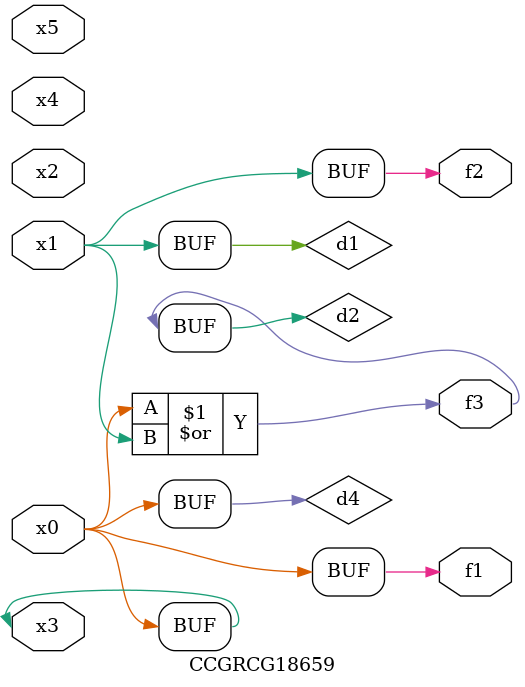
<source format=v>
module CCGRCG18659(
	input x0, x1, x2, x3, x4, x5,
	output f1, f2, f3
);

	wire d1, d2, d3, d4;

	and (d1, x1);
	or (d2, x0, x1);
	nand (d3, x0, x5);
	buf (d4, x0, x3);
	assign f1 = d4;
	assign f2 = d1;
	assign f3 = d2;
endmodule

</source>
